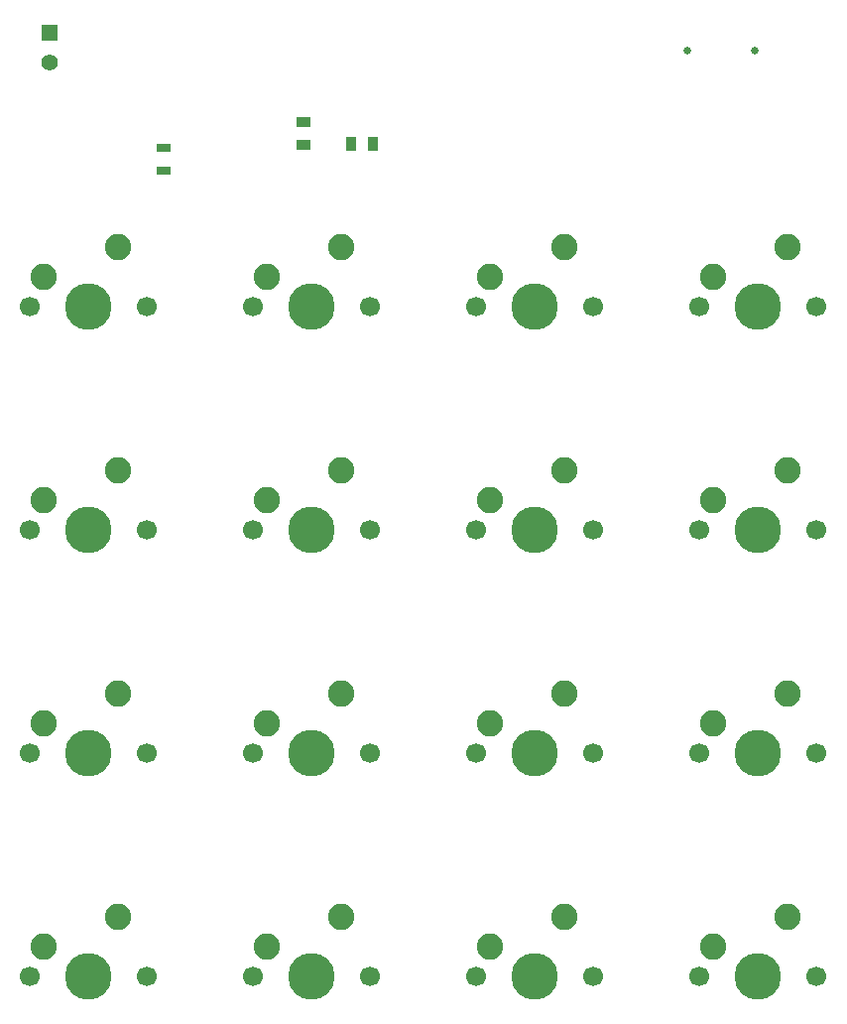
<source format=gbr>
G04*
G04 #@! TF.GenerationSoftware,Altium Limited,Altium Designer,22.4.2 (48)*
G04*
G04 Layer_Color=255*
%FSLAX25Y25*%
%MOIN*%
G70*
G04*
G04 #@! TF.SameCoordinates,D4448EEE-889B-48FB-A541-E9576EB43F8F*
G04*
G04*
G04 #@! TF.FilePolarity,Positive*
G04*
G01*
G75*
%ADD13R,0.05118X0.02756*%
%ADD14R,0.05118X0.03543*%
%ADD15R,0.03543X0.05118*%
%ADD28C,0.08858*%
%ADD29C,0.06693*%
%ADD30C,0.15700*%
%ADD31C,0.02559*%
%ADD32C,0.05575*%
%ADD33R,0.05575X0.05575*%
D13*
X283071Y340945D02*
D03*
Y348425D02*
D03*
D14*
X330048Y349733D02*
D03*
Y357213D02*
D03*
D15*
X346063Y350000D02*
D03*
X353543D02*
D03*
D28*
X242874Y305276D02*
D03*
X267756Y315276D02*
D03*
X342756D02*
D03*
X317874Y305276D02*
D03*
X392874D02*
D03*
X417756Y315276D02*
D03*
X492756D02*
D03*
X467874Y305276D02*
D03*
X242874Y230276D02*
D03*
X267756Y240276D02*
D03*
X342756D02*
D03*
X317874Y230276D02*
D03*
X392874D02*
D03*
X417756Y240276D02*
D03*
X492756D02*
D03*
X467874Y230276D02*
D03*
X242874Y155276D02*
D03*
X267756Y165276D02*
D03*
X342756D02*
D03*
X317874Y155276D02*
D03*
X392874D02*
D03*
X417756Y165276D02*
D03*
X492756D02*
D03*
X467874Y155276D02*
D03*
X242874Y80276D02*
D03*
X267756Y90276D02*
D03*
X342756D02*
D03*
X317874Y80276D02*
D03*
X392874D02*
D03*
X417756Y90276D02*
D03*
X492756D02*
D03*
X467874Y80276D02*
D03*
D29*
X277559Y295276D02*
D03*
X238189D02*
D03*
X313189D02*
D03*
X352559D02*
D03*
X427559D02*
D03*
X388189D02*
D03*
X463189D02*
D03*
X502559D02*
D03*
X277559Y220276D02*
D03*
X238189D02*
D03*
X313189D02*
D03*
X352559D02*
D03*
X427559D02*
D03*
X388189D02*
D03*
X463189D02*
D03*
X502559D02*
D03*
X277559Y145276D02*
D03*
X238189D02*
D03*
X313189D02*
D03*
X352559D02*
D03*
X427559D02*
D03*
X388189D02*
D03*
X463189D02*
D03*
X502559D02*
D03*
X277559Y70276D02*
D03*
X238189D02*
D03*
X313189D02*
D03*
X352559D02*
D03*
X427559D02*
D03*
X388189D02*
D03*
X463189D02*
D03*
X502559D02*
D03*
D30*
X257874Y295276D02*
D03*
X332874D02*
D03*
X407874D02*
D03*
X482874D02*
D03*
X257874Y220276D02*
D03*
X332874D02*
D03*
X407874D02*
D03*
X482874D02*
D03*
X257874Y145276D02*
D03*
X332874D02*
D03*
X407874D02*
D03*
X482874D02*
D03*
X257874Y70276D02*
D03*
X332874D02*
D03*
X407874D02*
D03*
X482874D02*
D03*
D31*
X481713Y381279D02*
D03*
X458957D02*
D03*
D32*
X244882Y377165D02*
D03*
D33*
Y387165D02*
D03*
M02*

</source>
